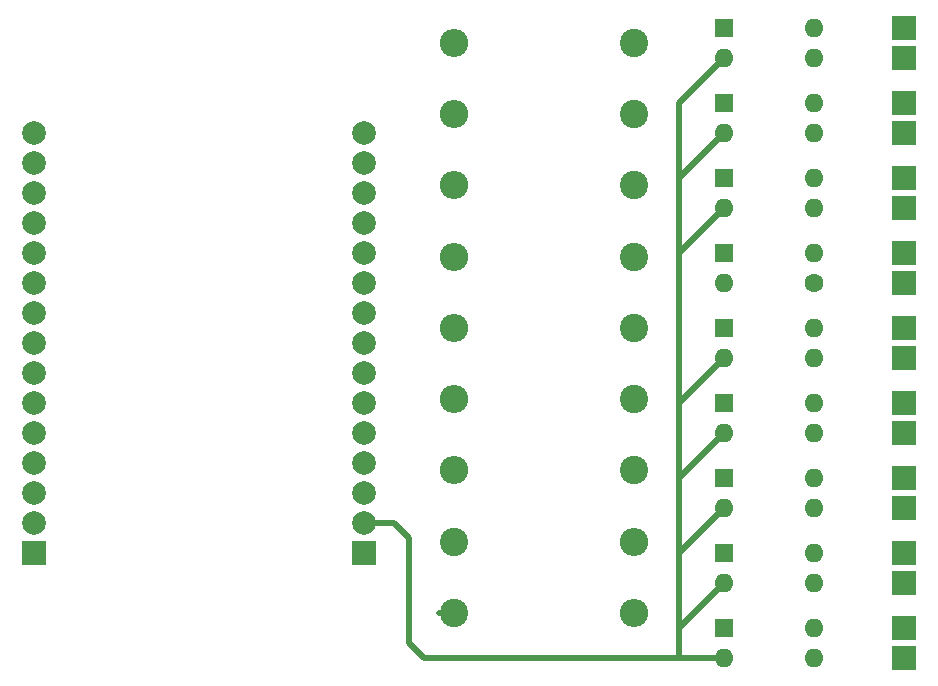
<source format=gbr>
%TF.GenerationSoftware,KiCad,Pcbnew,(5.1.6)-1*%
%TF.CreationDate,2020-10-31T17:29:23-04:00*%
%TF.ProjectId,controlboard,636f6e74-726f-46c6-926f-6172642e6b69,rev?*%
%TF.SameCoordinates,Original*%
%TF.FileFunction,Copper,L2,Bot*%
%TF.FilePolarity,Positive*%
%FSLAX46Y46*%
G04 Gerber Fmt 4.6, Leading zero omitted, Abs format (unit mm)*
G04 Created by KiCad (PCBNEW (5.1.6)-1) date 2020-10-31 17:29:23*
%MOMM*%
%LPD*%
G01*
G04 APERTURE LIST*
%TA.AperFunction,ComponentPad*%
%ADD10C,1.600000*%
%TD*%
%TA.AperFunction,ComponentPad*%
%ADD11R,1.600000X1.600000*%
%TD*%
%TA.AperFunction,ComponentPad*%
%ADD12O,1.600000X1.600000*%
%TD*%
%TA.AperFunction,ComponentPad*%
%ADD13R,2.000000X2.000000*%
%TD*%
%TA.AperFunction,ComponentPad*%
%ADD14C,2.000000*%
%TD*%
%TA.AperFunction,ComponentPad*%
%ADD15O,2.400000X2.400000*%
%TD*%
%TA.AperFunction,ComponentPad*%
%ADD16C,2.400000*%
%TD*%
%TA.AperFunction,Conductor*%
%ADD17C,0.500000*%
%TD*%
G04 APERTURE END LIST*
D10*
%TO.P,F,1*%
%TO.N,Net-(O4-Pad1)*%
X83820000Y-40640000D03*
D11*
%TO.P,F,3*%
%TO.N,Net-(O4-Pad3)*%
X76200000Y-38100000D03*
D12*
%TO.P,F,2*%
%TO.N,Net-(O4-Pad2)*%
X83820000Y-38100000D03*
%TO.P,F,4*%
%TO.N,Net-(NodeMCU1-PadD4)*%
X76200000Y-40640000D03*
%TD*%
D13*
%TO.P,NodeMCU,3V2*%
%TO.N,Net-(NodeMCU1-Pad3V2)*%
X45720000Y-63500000D03*
%TO.P,NodeMCU,VIN*%
%TO.N,Net-(NodeMCU1-PadVIN)*%
X17780000Y-63500000D03*
D14*
%TO.P,NodeMCU,D3*%
%TO.N,Net-(NodeMCU1-PadD3)*%
X45720000Y-35560000D03*
%TO.P,NodeMCU,D2*%
%TO.N,Net-(NodeMCU1-PadD2)*%
X45720000Y-33020000D03*
%TO.P,NodeMCU,G4*%
%TO.N,Net-(NodeMCU1-PadG4)*%
X45720000Y-43180000D03*
%TO.P,NodeMCU,D1*%
%TO.N,Net-(NodeMCU1-PadD1)*%
X45720000Y-30480000D03*
%TO.P,NodeMCU,D4*%
%TO.N,Net-(NodeMCU1-PadD4)*%
X45720000Y-38100000D03*
%TO.P,NodeMCU,TX*%
%TO.N,Net-(NodeMCU1-PadTX)*%
X45720000Y-58420000D03*
%TO.P,NodeMCU,RX*%
%TO.N,Net-(NodeMCU1-PadRX)*%
X45720000Y-55880000D03*
%TO.P,NodeMCU,D5*%
%TO.N,Net-(NodeMCU1-PadD5)*%
X45720000Y-45720000D03*
%TO.P,NodeMCU,3V*%
%TO.N,Net-(NodeMCU1-Pad3V)*%
X45720000Y-40640000D03*
%TO.P,NodeMCU,D6*%
%TO.N,Net-(NodeMCU1-PadD6)*%
X45720000Y-48260000D03*
%TO.P,NodeMCU,D8*%
%TO.N,Net-(NodeMCU1-PadD8)*%
X45720000Y-53340000D03*
%TO.P,NodeMCU,G5*%
%TO.N,GND*%
X45720000Y-60960000D03*
%TO.P,NodeMCU,D7*%
%TO.N,Net-(NodeMCU1-PadD7)*%
X45720000Y-50800000D03*
%TO.P,NodeMCU,D0*%
%TO.N,Net-(NodeMCU1-PadD0)*%
X45720000Y-27940000D03*
%TO.P,NodeMCU,G1*%
%TO.N,Net-(NodeMCU1-PadG1)*%
X17780000Y-60960000D03*
%TO.P,NodeMCU,RST*%
%TO.N,Net-(NodeMCU1-PadRST)*%
X17780000Y-58420000D03*
%TO.P,NodeMCU,EN*%
%TO.N,Net-(NodeMCU1-PadEN)*%
X17780000Y-55880000D03*
%TO.P,NodeMCU,3V1*%
%TO.N,Net-(NodeMCU1-Pad3V1)*%
X17780000Y-53340000D03*
%TO.P,NodeMCU,G2*%
%TO.N,Net-(NodeMCU1-PadG2)*%
X17780000Y-50800000D03*
%TO.P,NodeMCU,SK*%
%TO.N,Net-(NodeMCU1-PadSK)*%
X17780000Y-48260000D03*
%TO.P,NodeMCU,S0*%
%TO.N,Net-(NodeMCU1-PadS0)*%
X17780000Y-45720000D03*
%TO.P,NodeMCU,SC*%
%TO.N,Net-(NodeMCU1-PadSC)*%
X17780000Y-43180000D03*
%TO.P,NodeMCU,S1*%
%TO.N,Net-(NodeMCU1-PadS1)*%
X17780000Y-40640000D03*
%TO.P,NodeMCU,S2*%
%TO.N,Net-(NodeMCU1-PadS2)*%
X17780000Y-38100000D03*
%TO.P,NodeMCU,S3*%
%TO.N,Net-(NodeMCU1-PadS3)*%
X17780000Y-35560000D03*
%TO.P,NodeMCU,VV*%
%TO.N,Net-(NodeMCU1-PadVV)*%
X17780000Y-33020000D03*
%TO.P,NodeMCU,G3*%
%TO.N,Net-(NodeMCU1-PadG3)*%
X17780000Y-30480000D03*
%TO.P,NodeMCU,A0*%
%TO.N,Net-(NodeMCU1-PadA0)*%
X17780000Y-27940000D03*
%TD*%
D13*
%TO.P,P1,0B*%
%TO.N,Net-(O0-Pad4)*%
X91440000Y-19050000D03*
%TO.P,P1,0A*%
%TO.N,Net-(O0-Pad3)*%
X91440000Y-21590000D03*
%TO.P,P1,1B*%
%TO.N,Net-(O1-Pad4)*%
X91440000Y-25400000D03*
%TO.P,P1,1A*%
%TO.N,Net-(O1-Pad3)*%
X91440000Y-27940000D03*
%TO.P,P1,2B*%
%TO.N,Net-(O2-Pad4)*%
X91440000Y-31750000D03*
%TO.P,P1,2A*%
%TO.N,Net-(O2-Pad3)*%
X91440000Y-34290000D03*
%TO.P,P1,4B*%
%TO.N,Net-(O4-Pad2)*%
X91440000Y-38100000D03*
%TO.P,P1,4A*%
%TO.N,Net-(O4-Pad1)*%
X91440000Y-40640000D03*
%TO.P,P1,XA*%
%TO.N,Net-(OX1-Pad3)*%
X91440000Y-72390000D03*
%TO.P,P1,XB*%
%TO.N,Net-(OX1-Pad4)*%
X91440000Y-69850000D03*
%TO.P,P1,8A*%
%TO.N,Net-(O8-Pad3)*%
X91440000Y-66040000D03*
%TO.P,P1,8B*%
%TO.N,Net-(O8-Pad4)*%
X91440000Y-63500000D03*
%TO.P,P1,7A*%
%TO.N,Net-(O7-Pad3)*%
X91440000Y-59690000D03*
%TO.P,P1,7B*%
%TO.N,Net-(O7-Pad4)*%
X91440000Y-57150000D03*
%TO.P,P1,6A*%
%TO.N,Net-(O6-Pad3)*%
X91440000Y-53340000D03*
%TO.P,P1,6B*%
%TO.N,Net-(O6-Pad4)*%
X91440000Y-50800000D03*
%TO.P,P1,5A*%
%TO.N,Net-(O5-Pad3)*%
X91440000Y-46990000D03*
%TO.P,P1,5B*%
%TO.N,Net-(O5-Pad4)*%
X91440000Y-44450000D03*
%TD*%
D12*
%TO.P,O8,4*%
%TO.N,Net-(O8-Pad4)*%
X83820000Y-63500000D03*
%TO.P,O8,2*%
%TO.N,GND*%
X76200000Y-66040000D03*
%TO.P,O8,3*%
%TO.N,Net-(O8-Pad3)*%
X83820000Y-66040000D03*
D11*
%TO.P,O8,1*%
%TO.N,Net-(O8-Pad1)*%
X76200000Y-63500000D03*
%TD*%
%TO.P,O0,1*%
%TO.N,Net-(O0-Pad1)*%
X76200000Y-19050000D03*
D12*
%TO.P,O0,3*%
%TO.N,Net-(O0-Pad3)*%
X83820000Y-21590000D03*
%TO.P,O0,2*%
%TO.N,GND*%
X76200000Y-21590000D03*
%TO.P,O0,4*%
%TO.N,Net-(O0-Pad4)*%
X83820000Y-19050000D03*
%TD*%
%TO.P,O1,4*%
%TO.N,Net-(O1-Pad4)*%
X83820000Y-25400000D03*
%TO.P,O1,2*%
%TO.N,GND*%
X76200000Y-27940000D03*
%TO.P,O1,3*%
%TO.N,Net-(O1-Pad3)*%
X83820000Y-27940000D03*
D11*
%TO.P,O1,1*%
%TO.N,Net-(O1-Pad1)*%
X76200000Y-25400000D03*
%TD*%
%TO.P,O2,1*%
%TO.N,Net-(O2-Pad1)*%
X76200000Y-31750000D03*
D12*
%TO.P,O2,3*%
%TO.N,Net-(O2-Pad3)*%
X83820000Y-34290000D03*
%TO.P,O2,2*%
%TO.N,GND*%
X76200000Y-34290000D03*
%TO.P,O2,4*%
%TO.N,Net-(O2-Pad4)*%
X83820000Y-31750000D03*
%TD*%
%TO.P,O5,4*%
%TO.N,Net-(O5-Pad4)*%
X83820000Y-44450000D03*
%TO.P,O5,2*%
%TO.N,GND*%
X76200000Y-46990000D03*
%TO.P,O5,3*%
%TO.N,Net-(O5-Pad3)*%
X83820000Y-46990000D03*
D11*
%TO.P,O5,1*%
%TO.N,Net-(O5-Pad1)*%
X76200000Y-44450000D03*
%TD*%
%TO.P,O6,1*%
%TO.N,Net-(O6-Pad1)*%
X76200000Y-50800000D03*
D12*
%TO.P,O6,3*%
%TO.N,Net-(O6-Pad3)*%
X83820000Y-53340000D03*
%TO.P,O6,2*%
%TO.N,GND*%
X76200000Y-53340000D03*
%TO.P,O6,4*%
%TO.N,Net-(O6-Pad4)*%
X83820000Y-50800000D03*
%TD*%
%TO.P,O7,4*%
%TO.N,Net-(O7-Pad4)*%
X83820000Y-57150000D03*
%TO.P,O7,2*%
%TO.N,GND*%
X76200000Y-59690000D03*
%TO.P,O7,3*%
%TO.N,Net-(O7-Pad3)*%
X83820000Y-59690000D03*
D11*
%TO.P,O7,1*%
%TO.N,Net-(O7-Pad1)*%
X76200000Y-57150000D03*
%TD*%
%TO.P,OX1,1*%
%TO.N,Net-(OX1-Pad1)*%
X76200000Y-69850000D03*
D12*
%TO.P,OX1,3*%
%TO.N,Net-(OX1-Pad3)*%
X83820000Y-72390000D03*
%TO.P,OX1,2*%
%TO.N,GND*%
X76200000Y-72390000D03*
%TO.P,OX1,4*%
%TO.N,Net-(OX1-Pad4)*%
X83820000Y-69850000D03*
%TD*%
D15*
%TO.P,R0,2*%
%TO.N,Net-(NodeMCU1-PadD0)*%
X53340000Y-20320000D03*
D16*
%TO.P,R0,1*%
%TO.N,Net-(O0-Pad1)*%
X68580000Y-20320000D03*
%TD*%
%TO.P,R1,1*%
%TO.N,Net-(O1-Pad1)*%
X68580000Y-26352500D03*
D15*
%TO.P,R1,2*%
%TO.N,Net-(NodeMCU1-PadD1)*%
X53340000Y-26352500D03*
%TD*%
%TO.P,R2,2*%
%TO.N,Net-(NodeMCU1-PadD2)*%
X53340000Y-32385000D03*
D16*
%TO.P,R2,1*%
%TO.N,Net-(O2-Pad1)*%
X68580000Y-32385000D03*
%TD*%
%TO.P,R5,1*%
%TO.N,Net-(O5-Pad1)*%
X68580000Y-44450000D03*
D15*
%TO.P,R5,2*%
%TO.N,Net-(NodeMCU1-PadD5)*%
X53340000Y-44450000D03*
%TD*%
%TO.P,R6,2*%
%TO.N,Net-(NodeMCU1-PadD6)*%
X53340000Y-50482500D03*
D16*
%TO.P,R6,1*%
%TO.N,Net-(O6-Pad1)*%
X68580000Y-50482500D03*
%TD*%
%TO.P,R7,1*%
%TO.N,Net-(O7-Pad1)*%
X68580000Y-56515000D03*
D15*
%TO.P,R7,2*%
%TO.N,Net-(NodeMCU1-PadD7)*%
X53340000Y-56515000D03*
%TD*%
D16*
%TO.P,R8,1*%
%TO.N,Net-(NodeMCU1-PadD8)*%
X53340000Y-62547500D03*
D15*
%TO.P,R8,2*%
%TO.N,Net-(O8-Pad1)*%
X68580000Y-62547500D03*
%TD*%
%TO.P,RV1,2*%
%TO.N,Net-(NodeMCU1-Pad3V)*%
X53340000Y-38417500D03*
D16*
%TO.P,RV1,1*%
%TO.N,Net-(O4-Pad3)*%
X68580000Y-38417500D03*
%TD*%
%TO.P,RX1,1*%
%TO.N,Net-(NodeMCU1-PadRX)*%
X53340000Y-68580000D03*
D15*
%TO.P,RX1,2*%
%TO.N,Net-(OX1-Pad1)*%
X68580000Y-68580000D03*
%TD*%
D17*
%TO.N,GND*%
X72390000Y-72390000D02*
X72390000Y-69850000D01*
X72390000Y-63500000D02*
X76200000Y-59690000D01*
X72390000Y-63500000D02*
X72390000Y-57150000D01*
X72390000Y-57150000D02*
X76200000Y-53340000D01*
X72390000Y-57150000D02*
X72390000Y-50800000D01*
X72390000Y-50800000D02*
X76200000Y-46990000D01*
X72390000Y-50800000D02*
X72390000Y-38100000D01*
X72390000Y-38100000D02*
X76200000Y-34290000D01*
X72390000Y-38100000D02*
X72390000Y-31750000D01*
X72390000Y-31750000D02*
X76200000Y-27940000D01*
X72390000Y-31750000D02*
X72390000Y-25400000D01*
X72390000Y-25400000D02*
X76200000Y-21590000D01*
X72390000Y-69850000D02*
X72390000Y-63500000D01*
X72390000Y-69850000D02*
X76200000Y-66040000D01*
X72390000Y-72390000D02*
X76200000Y-72390000D01*
X50800000Y-72390000D02*
X72390000Y-72390000D01*
X49530000Y-71120000D02*
X50800000Y-72390000D01*
X49530000Y-62230000D02*
X49530000Y-71120000D01*
X48260000Y-60960000D02*
X49530000Y-62230000D01*
X45720000Y-60960000D02*
X48260000Y-60960000D01*
%TO.N,Net-(NodeMCU1-PadRX)*%
X52070000Y-68580000D02*
X53340000Y-68580000D01*
%TO.N,Net-(NodeMCU1-PadD2)*%
X52705000Y-33020000D02*
X53340000Y-32385000D01*
%TO.N,Net-(O8-Pad1)*%
X68580000Y-62547500D02*
X69532500Y-62547500D01*
%TD*%
M02*

</source>
